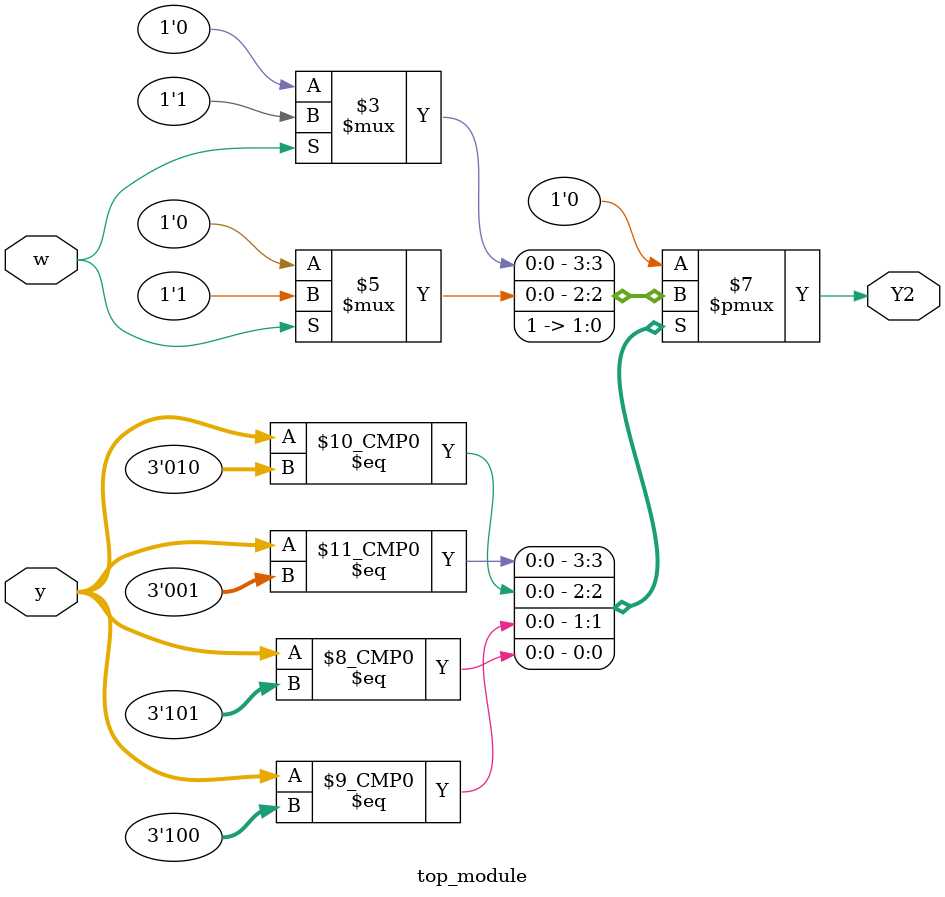
<source format=sv>
module top_module(
    input [3:1] y,
    input w,
    output reg Y2);

    // Define the states
    parameter A = 3'b000;
    parameter B = 3'b001;
    parameter C = 3'b010;
    parameter D = 3'b011;
    parameter E = 3'b100;
    parameter F = 3'b101;

    always @(*) begin
        case (y)
            A: Y2 = 1'b0;
            B: Y2 = (w == 1'b0) ? 1'b0 : 1'b1;
            C: Y2 = (w == 1'b0) ? 1'b0 : 1'b1;
            D: Y2 = 1'b0;
            E: Y2 = 1'b1;
            F: Y2 = 1'b1;
            default: Y2 = 1'b0; // default case should never be hit
        endcase
    end
endmodule

</source>
